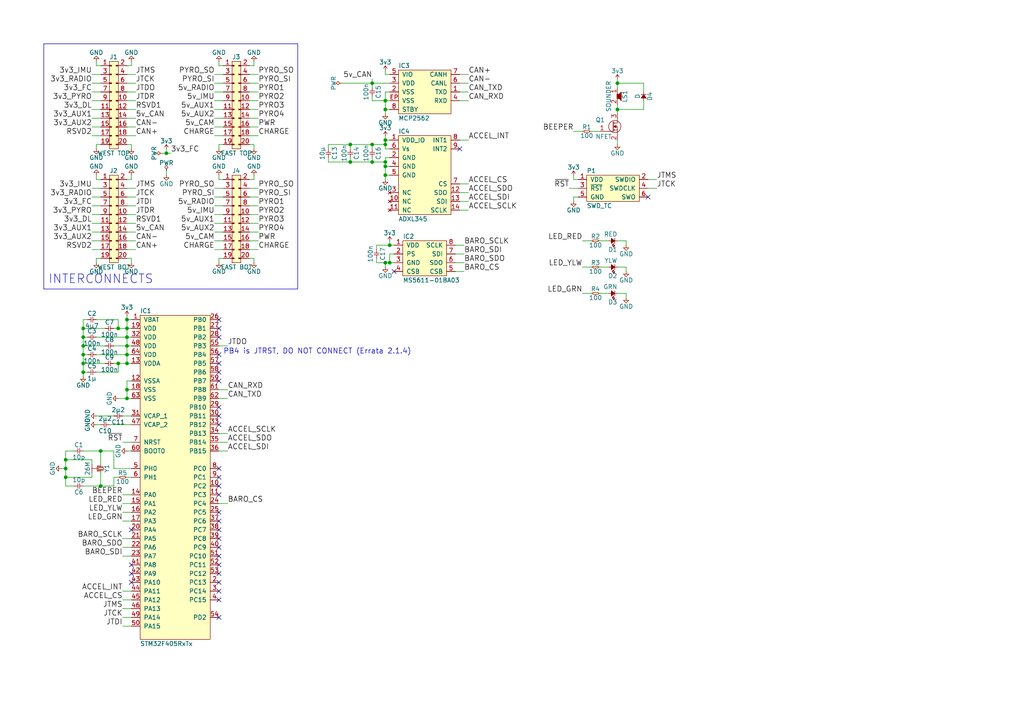
<source format=kicad_sch>
(kicad_sch (version 20230121) (generator eeschema)
  (paper "A4")
  (title_block (title "M3 Flight Computer") (date "2016-02-10") (rev "1") (company "CU Spaceflight") (comment 1 "Drawn By: Adam Greig"))
  (junction (at 29.21 140.97))
  (junction (at 36.83 102.87))
  (junction (at 24.13 95.25))
  (junction (at 179.07 31.75))
  (junction (at 111.76 41.91))
  (junction (at 111.76 76.2))
  (junction (at 36.83 97.79))
  (junction (at 34.29 105.41))
  (junction (at 36.83 113.03))
  (junction (at 48.26 44.45))
  (junction (at 19.05 138.43))
  (junction (at 24.13 100.33))
  (junction (at 111.76 50.8))
  (junction (at 36.83 100.33))
  (junction (at 24.13 105.41))
  (junction (at 36.83 105.41))
  (junction (at 36.83 115.57))
  (junction (at 107.95 24.13))
  (junction (at 179.07 24.13))
  (junction (at 24.13 102.87))
  (junction (at 36.83 92.71))
  (junction (at 111.76 46.99))
  (junction (at 111.76 29.21))
  (junction (at 113.03 76.2))
  (junction (at 29.21 130.81))
  (junction (at 24.13 97.79))
  (junction (at 19.05 135.89))
  (junction (at 107.95 46.99))
  (junction (at 111.76 40.64))
  (junction (at 101.6 41.91))
  (junction (at 101.6 46.99))
  (junction (at 24.13 107.95))
  (junction (at 34.29 95.25))
  (junction (at 111.76 31.75))
  (junction (at 19.05 133.35))
  (junction (at 36.83 95.25))
  (junction (at 111.76 48.26))
  (junction (at 107.95 41.91))
  (junction (at 113.03 71.12))
  (no_connect (at 38.1 166.37))
  (no_connect (at 63.5 156.21))
  (no_connect (at 63.5 166.37))
  (no_connect (at 63.5 143.51))
  (no_connect (at 63.5 173.99))
  (no_connect (at 63.5 153.67))
  (no_connect (at 38.1 163.83))
  (no_connect (at 63.5 92.71))
  (no_connect (at 63.5 110.49))
  (no_connect (at 38.1 168.91))
  (no_connect (at 63.5 168.91))
  (no_connect (at 63.5 97.79))
  (no_connect (at 63.5 95.25))
  (no_connect (at 63.5 107.95))
  (no_connect (at 63.5 163.83))
  (no_connect (at 63.5 102.87))
  (no_connect (at 63.5 123.19))
  (no_connect (at 63.5 171.45))
  (no_connect (at 63.5 158.75))
  (no_connect (at 38.1 153.67))
  (no_connect (at 63.5 151.13))
  (no_connect (at 63.5 148.59))
  (no_connect (at 63.5 140.97))
  (no_connect (at 114.3 78.74))
  (no_connect (at 63.5 138.43))
  (no_connect (at 63.5 179.07))
  (no_connect (at 133.35 43.18))
  (no_connect (at 63.5 105.41))
  (no_connect (at 63.5 161.29))
  (no_connect (at 63.5 135.89))
  (no_connect (at 63.5 118.11))
  (no_connect (at 187.96 57.15))
  (no_connect (at 63.5 120.65))
  (wire (pts (xy 36.83 36.83) (xy 39.37 36.83)))
  (wire (pts (xy 36.83 62.23) (xy 39.37 62.23)))
  (wire (pts (xy 36.83 21.59) (xy 39.37 21.59)))
  (wire (pts (xy 181.61 69.85) (xy 181.61 71.12)))
  (wire (pts (xy 36.83 39.37) (xy 39.37 39.37)))
  (wire (pts (xy 34.29 115.57) (xy 36.83 115.57)))
  (wire (pts (xy 29.21 21.59) (xy 26.67 21.59)))
  (wire (pts (xy 27.94 123.19) (xy 29.21 123.19)))
  (wire (pts (xy 74.93 62.23) (xy 72.39 62.23)))
  (wire (pts (xy 166.37 52.07) (xy 167.64 52.07)))
  (wire (pts (xy 36.83 54.61) (xy 39.37 54.61)))
  (wire (pts (xy 48.26 44.45) (xy 49.53 44.45)))
  (wire (pts (xy 21.59 130.81) (xy 19.05 130.81)))
  (wire (pts (xy 181.61 77.47) (xy 181.61 78.74)))
  (wire (pts (xy 36.83 26.67) (xy 39.37 26.67)))
  (wire (pts (xy 107.95 27.94) (xy 107.95 29.21)))
  (polyline (pts (xy 12.7 83.82) (xy 86.36 83.82)))
  (wire (pts (xy 35.56 156.21) (xy 38.1 156.21)))
  (wire (pts (xy 187.96 54.61) (xy 190.5 54.61)))
  (wire (pts (xy 29.21 39.37) (xy 26.67 39.37)))
  (wire (pts (xy 24.13 97.79) (xy 24.13 100.33)))
  (wire (pts (xy 27.94 19.05) (xy 29.21 19.05)))
  (wire (pts (xy 29.21 31.75) (xy 26.67 31.75)))
  (wire (pts (xy 95.25 45.72) (xy 95.25 46.99)))
  (wire (pts (xy 179.07 22.86) (xy 179.07 24.13)))
  (wire (pts (xy 29.21 62.23) (xy 26.67 62.23)))
  (wire (pts (xy 109.22 71.12) (xy 113.03 71.12)))
  (wire (pts (xy 111.76 29.21) (xy 111.76 31.75)))
  (wire (pts (xy 114.3 73.66) (xy 113.03 73.66)))
  (wire (pts (xy 64.77 26.67) (xy 62.23 26.67)))
  (wire (pts (xy 36.83 100.33) (xy 36.83 102.87)))
  (wire (pts (xy 63.5 100.33) (xy 66.04 100.33)))
  (wire (pts (xy 133.35 53.34) (xy 135.89 53.34)))
  (wire (pts (xy 33.02 130.81) (xy 33.02 135.89)))
  (wire (pts (xy 176.53 69.85) (xy 173.99 69.85)))
  (wire (pts (xy 134.62 76.2) (xy 132.08 76.2)))
  (wire (pts (xy 36.83 57.15) (xy 39.37 57.15)))
  (wire (pts (xy 111.76 21.59) (xy 111.76 20.32)))
  (wire (pts (xy 171.45 77.47) (xy 168.91 77.47)))
  (wire (pts (xy 181.61 85.09) (xy 181.61 86.36)))
  (wire (pts (xy 113.03 73.66) (xy 113.03 76.2)))
  (wire (pts (xy 107.95 29.21) (xy 111.76 29.21)))
  (wire (pts (xy 25.4 92.71) (xy 24.13 92.71)))
  (wire (pts (xy 24.13 92.71) (xy 24.13 95.25)))
  (wire (pts (xy 36.83 95.25) (xy 38.1 95.25)))
  (wire (pts (xy 27.94 74.93) (xy 27.94 76.2)))
  (wire (pts (xy 95.25 46.99) (xy 101.6 46.99)))
  (wire (pts (xy 62.23 72.39) (xy 64.77 72.39)))
  (wire (pts (xy 36.83 110.49) (xy 36.83 113.03)))
  (wire (pts (xy 34.29 92.71) (xy 34.29 95.25)))
  (wire (pts (xy 186.69 26.67) (xy 186.69 24.13)))
  (wire (pts (xy 36.83 69.85) (xy 39.37 69.85)))
  (wire (pts (xy 107.95 22.86) (xy 107.95 24.13)))
  (wire (pts (xy 74.93 57.15) (xy 72.39 57.15)))
  (wire (pts (xy 48.26 49.53) (xy 48.26 50.8)))
  (wire (pts (xy 72.39 26.67) (xy 74.93 26.67)))
  (wire (pts (xy 26.67 138.43) (xy 19.05 138.43)))
  (wire (pts (xy 72.39 64.77) (xy 74.93 64.77)))
  (wire (pts (xy 29.21 34.29) (xy 26.67 34.29)))
  (wire (pts (xy 66.04 146.05) (xy 63.5 146.05)))
  (wire (pts (xy 30.48 105.41) (xy 24.13 105.41)))
  (wire (pts (xy 62.23 24.13) (xy 64.77 24.13)))
  (wire (pts (xy 113.03 50.8) (xy 111.76 50.8)))
  (wire (pts (xy 73.66 19.05) (xy 73.66 17.78)))
  (wire (pts (xy 111.76 45.72) (xy 113.03 45.72)))
  (wire (pts (xy 24.13 140.97) (xy 29.21 140.97)))
  (wire (pts (xy 74.93 24.13) (xy 72.39 24.13)))
  (wire (pts (xy 38.1 176.53) (xy 35.56 176.53)))
  (wire (pts (xy 66.04 128.27) (xy 63.5 128.27)))
  (wire (pts (xy 72.39 31.75) (xy 74.93 31.75)))
  (wire (pts (xy 134.62 71.12) (xy 132.08 71.12)))
  (wire (pts (xy 113.03 26.67) (xy 111.76 26.67)))
  (wire (pts (xy 63.5 113.03) (xy 66.04 113.03)))
  (wire (pts (xy 29.21 67.31) (xy 26.67 67.31)))
  (wire (pts (xy 48.26 43.18) (xy 48.26 44.45)))
  (wire (pts (xy 19.05 138.43) (xy 19.05 140.97)))
  (wire (pts (xy 111.76 76.2) (xy 111.76 77.47)))
  (wire (pts (xy 24.13 105.41) (xy 24.13 107.95)))
  (wire (pts (xy 19.05 135.89) (xy 19.05 138.43)))
  (wire (pts (xy 27.94 92.71) (xy 34.29 92.71)))
  (wire (pts (xy 64.77 52.07) (xy 63.5 52.07)))
  (wire (pts (xy 111.76 50.8) (xy 111.76 52.07)))
  (wire (pts (xy 36.83 31.75) (xy 39.37 31.75)))
  (wire (pts (xy 179.07 77.47) (xy 181.61 77.47)))
  (wire (pts (xy 101.6 41.91) (xy 107.95 41.91)))
  (wire (pts (xy 29.21 137.16) (xy 29.21 140.97)))
  (wire (pts (xy 24.13 102.87) (xy 24.13 105.41)))
  (wire (pts (xy 36.83 92.71) (xy 36.83 95.25)))
  (wire (pts (xy 26.67 134.62) (xy 26.67 133.35)))
  (wire (pts (xy 176.53 85.09) (xy 173.99 85.09)))
  (wire (pts (xy 35.56 161.29) (xy 38.1 161.29)))
  (wire (pts (xy 72.39 54.61) (xy 74.93 54.61)))
  (polyline (pts (xy 86.36 12.7) (xy 12.7 12.7)))
  (wire (pts (xy 36.83 59.69) (xy 39.37 59.69)))
  (wire (pts (xy 24.13 100.33) (xy 24.13 102.87)))
  (wire (pts (xy 111.76 31.75) (xy 111.76 33.02)))
  (wire (pts (xy 63.5 74.93) (xy 63.5 76.2)))
  (wire (pts (xy 34.29 95.25) (xy 36.83 95.25)))
  (wire (pts (xy 24.13 130.81) (xy 29.21 130.81)))
  (wire (pts (xy 133.35 21.59) (xy 135.89 21.59)))
  (wire (pts (xy 72.39 39.37) (xy 74.93 39.37)))
  (wire (pts (xy 33.02 100.33) (xy 36.83 100.33)))
  (wire (pts (xy 133.35 24.13) (xy 135.89 24.13)))
  (wire (pts (xy 38.1 74.93) (xy 38.1 76.2)))
  (wire (pts (xy 73.66 52.07) (xy 73.66 50.8)))
  (wire (pts (xy 62.23 29.21) (xy 64.77 29.21)))
  (wire (pts (xy 35.56 143.51) (xy 38.1 143.51)))
  (wire (pts (xy 72.39 34.29) (xy 74.93 34.29)))
  (wire (pts (xy 36.83 34.29) (xy 39.37 34.29)))
  (wire (pts (xy 74.93 36.83) (xy 72.39 36.83)))
  (wire (pts (xy 38.1 148.59) (xy 35.56 148.59)))
  (wire (pts (xy 73.66 41.91) (xy 73.66 43.18)))
  (wire (pts (xy 101.6 45.72) (xy 101.6 46.99)))
  (wire (pts (xy 133.35 58.42) (xy 135.89 58.42)))
  (wire (pts (xy 179.07 69.85) (xy 181.61 69.85)))
  (wire (pts (xy 113.03 21.59) (xy 111.76 21.59)))
  (wire (pts (xy 107.95 46.99) (xy 107.95 45.72)))
  (wire (pts (xy 111.76 48.26) (xy 113.03 48.26)))
  (wire (pts (xy 179.07 30.48) (xy 179.07 31.75)))
  (wire (pts (xy 113.03 71.12) (xy 114.3 71.12)))
  (wire (pts (xy 111.76 26.67) (xy 111.76 29.21)))
  (wire (pts (xy 101.6 41.91) (xy 101.6 43.18)))
  (wire (pts (xy 29.21 57.15) (xy 26.67 57.15)))
  (wire (pts (xy 19.05 133.35) (xy 19.05 135.89)))
  (wire (pts (xy 36.83 29.21) (xy 39.37 29.21)))
  (wire (pts (xy 109.22 72.39) (xy 109.22 71.12)))
  (wire (pts (xy 35.56 120.65) (xy 38.1 120.65)))
  (wire (pts (xy 72.39 52.07) (xy 73.66 52.07)))
  (wire (pts (xy 36.83 100.33) (xy 38.1 100.33)))
  (wire (pts (xy 29.21 41.91) (xy 27.94 41.91)))
  (wire (pts (xy 72.39 74.93) (xy 73.66 74.93)))
  (wire (pts (xy 29.21 29.21) (xy 26.67 29.21)))
  (wire (pts (xy 111.76 41.91) (xy 111.76 43.18)))
  (wire (pts (xy 33.02 95.25) (xy 34.29 95.25)))
  (wire (pts (xy 109.22 76.2) (xy 111.76 76.2)))
  (wire (pts (xy 36.83 24.13) (xy 39.37 24.13)))
  (wire (pts (xy 34.29 107.95) (xy 34.29 105.41)))
  (wire (pts (xy 29.21 134.62) (xy 29.21 130.81)))
  (wire (pts (xy 74.93 69.85) (xy 72.39 69.85)))
  (wire (pts (xy 35.56 171.45) (xy 38.1 171.45)))
  (wire (pts (xy 95.25 41.91) (xy 101.6 41.91)))
  (wire (pts (xy 27.94 120.65) (xy 33.02 120.65)))
  (wire (pts (xy 25.4 107.95) (xy 24.13 107.95)))
  (wire (pts (xy 27.94 102.87) (xy 36.83 102.87)))
  (wire (pts (xy 107.95 24.13) (xy 107.95 25.4)))
  (wire (pts (xy 29.21 74.93) (xy 27.94 74.93)))
  (wire (pts (xy 36.83 64.77) (xy 39.37 64.77)))
  (wire (pts (xy 38.1 138.43) (xy 36.83 138.43)))
  (wire (pts (xy 34.29 138.43) (xy 33.02 138.43)))
  (wire (pts (xy 109.22 74.93) (xy 109.22 76.2)))
  (wire (pts (xy 166.37 57.15) (xy 167.64 57.15)))
  (wire (pts (xy 46.99 44.45) (xy 48.26 44.45)))
  (wire (pts (xy 107.95 46.99) (xy 111.76 46.99)))
  (wire (pts (xy 36.83 52.07) (xy 38.1 52.07)))
  (wire (pts (xy 29.21 24.13) (xy 26.67 24.13)))
  (wire (pts (xy 36.83 72.39) (xy 39.37 72.39)))
  (wire (pts (xy 24.13 107.95) (xy 24.13 109.22)))
  (wire (pts (xy 33.02 138.43) (xy 33.02 140.97)))
  (wire (pts (xy 29.21 130.81) (xy 33.02 130.81)))
  (wire (pts (xy 64.77 21.59) (xy 62.23 21.59)))
  (wire (pts (xy 63.5 125.73) (xy 66.04 125.73)))
  (wire (pts (xy 25.4 97.79) (xy 24.13 97.79)))
  (wire (pts (xy 179.07 31.75) (xy 186.69 31.75)))
  (wire (pts (xy 101.6 46.99) (xy 107.95 46.99)))
  (wire (pts (xy 35.56 173.99) (xy 38.1 173.99)))
  (wire (pts (xy 111.76 46.99) (xy 111.76 48.26)))
  (wire (pts (xy 72.39 21.59) (xy 74.93 21.59)))
  (wire (pts (xy 36.83 115.57) (xy 38.1 115.57)))
  (wire (pts (xy 27.94 97.79) (xy 36.83 97.79)))
  (wire (pts (xy 36.83 105.41) (xy 38.1 105.41)))
  (wire (pts (xy 26.67 36.83) (xy 29.21 36.83)))
  (wire (pts (xy 111.76 40.64) (xy 113.03 40.64)))
  (wire (pts (xy 171.45 38.1) (xy 173.99 38.1)))
  (wire (pts (xy 36.83 41.91) (xy 38.1 41.91)))
  (wire (pts (xy 111.76 48.26) (xy 111.76 50.8)))
  (wire (pts (xy 63.5 52.07) (xy 63.5 50.8)))
  (wire (pts (xy 36.83 95.25) (xy 36.83 97.79)))
  (wire (pts (xy 72.39 72.39) (xy 74.93 72.39)))
  (wire (pts (xy 72.39 59.69) (xy 74.93 59.69)))
  (wire (pts (xy 36.83 97.79) (xy 38.1 97.79)))
  (wire (pts (xy 27.94 17.78) (xy 27.94 19.05)))
  (wire (pts (xy 132.08 73.66) (xy 134.62 73.66)))
  (wire (pts (xy 26.67 69.85) (xy 29.21 69.85)))
  (wire (pts (xy 179.07 41.91) (xy 179.07 40.64)))
  (wire (pts (xy 72.39 41.91) (xy 73.66 41.91)))
  (wire (pts (xy 19.05 135.89) (xy 17.78 135.89)))
  (wire (pts (xy 107.95 41.91) (xy 107.95 43.18)))
  (wire (pts (xy 64.77 19.05) (xy 63.5 19.05)))
  (wire (pts (xy 34.29 105.41) (xy 36.83 105.41)))
  (wire (pts (xy 64.77 69.85) (xy 62.23 69.85)))
  (wire (pts (xy 38.1 19.05) (xy 38.1 17.78)))
  (wire (pts (xy 107.95 41.91) (xy 111.76 41.91)))
  (wire (pts (xy 36.83 91.44) (xy 36.83 92.71)))
  (wire (pts (xy 62.23 57.15) (xy 64.77 57.15)))
  (wire (pts (xy 135.89 55.88) (xy 133.35 55.88)))
  (wire (pts (xy 64.77 54.61) (xy 62.23 54.61)))
  (wire (pts (xy 179.07 31.75) (xy 179.07 33.02)))
  (wire (pts (xy 36.83 67.31) (xy 39.37 67.31)))
  (wire (pts (xy 133.35 40.64) (xy 135.89 40.64)))
  (wire (pts (xy 36.83 92.71) (xy 38.1 92.71)))
  (wire (pts (xy 64.77 36.83) (xy 62.23 36.83)))
  (wire (pts (xy 27.94 52.07) (xy 29.21 52.07)))
  (polyline (pts (xy 12.7 12.7) (xy 12.7 83.82)))
  (wire (pts (xy 186.69 31.75) (xy 186.69 29.21)))
  (wire (pts (xy 167.64 54.61) (xy 165.1 54.61)))
  (wire (pts (xy 33.02 135.89) (xy 38.1 135.89)))
  (wire (pts (xy 36.83 74.93) (xy 38.1 74.93)))
  (wire (pts (xy 63.5 130.81) (xy 66.04 130.81)))
  (wire (pts (xy 111.76 29.21) (xy 113.03 29.21)))
  (wire (pts (xy 111.76 43.18) (xy 113.03 43.18)))
  (wire (pts (xy 179.07 24.13) (xy 179.07 25.4)))
  (wire (pts (xy 27.94 107.95) (xy 34.29 107.95)))
  (wire (pts (xy 30.48 100.33) (xy 24.13 100.33)))
  (wire (pts (xy 74.93 29.21) (xy 72.39 29.21)))
  (wire (pts (xy 36.83 102.87) (xy 36.83 105.41)))
  (wire (pts (xy 166.37 50.8) (xy 166.37 52.07)))
  (wire (pts (xy 113.03 69.85) (xy 113.03 71.12)))
  (wire (pts (xy 36.83 130.81) (xy 38.1 130.81)))
  (wire (pts (xy 38.1 123.19) (xy 31.75 123.19)))
  (wire (pts (xy 66.04 115.57) (xy 63.5 115.57)))
  (wire (pts (xy 64.77 31.75) (xy 62.23 31.75)))
  (wire (pts (xy 64.77 74.93) (xy 63.5 74.93)))
  (wire (pts (xy 99.06 24.13) (xy 107.95 24.13)))
  (wire (pts (xy 29.21 72.39) (xy 26.67 72.39)))
  (wire (pts (xy 135.89 60.96) (xy 133.35 60.96)))
  (wire (pts (xy 29.21 140.97) (xy 33.02 140.97)))
  (wire (pts (xy 63.5 41.91) (xy 63.5 43.18)))
  (wire (pts (xy 29.21 54.61) (xy 26.67 54.61)))
  (wire (pts (xy 63.5 19.05) (xy 63.5 17.78)))
  (wire (pts (xy 38.1 52.07) (xy 38.1 50.8)))
  (wire (pts (xy 19.05 130.81) (xy 19.05 133.35)))
  (wire (pts (xy 38.1 41.91) (xy 38.1 43.18)))
  (wire (pts (xy 72.39 19.05) (xy 73.66 19.05)))
  (wire (pts (xy 111.76 45.72) (xy 111.76 46.99)))
  (wire (pts (xy 73.66 74.93) (xy 73.66 76.2)))
  (wire (pts (xy 64.77 59.69) (xy 62.23 59.69)))
  (wire (pts (xy 29.21 26.67) (xy 26.67 26.67)))
  (wire (pts (xy 36.83 97.79) (xy 36.83 100.33)))
  (wire (pts (xy 95.25 41.91) (xy 95.25 43.18)))
  (wire (pts (xy 38.1 181.61) (xy 35.56 181.61)))
  (wire (pts (xy 35.56 146.05) (xy 38.1 146.05)))
  (wire (pts (xy 132.08 78.74) (xy 134.62 78.74)))
  (wire (pts (xy 30.48 95.25) (xy 24.13 95.25)))
  (wire (pts (xy 111.76 40.64) (xy 111.76 41.91)))
  (wire (pts (xy 133.35 29.21) (xy 135.89 29.21)))
  (wire (pts (xy 168.91 69.85) (xy 171.45 69.85)))
  (wire (pts (xy 29.21 64.77) (xy 26.67 64.77)))
  (wire (pts (xy 29.21 59.69) (xy 26.67 59.69)))
  (wire (pts (xy 168.91 85.09) (xy 171.45 85.09)))
  (wire (pts (xy 179.07 85.09) (xy 181.61 85.09)))
  (wire (pts (xy 62.23 67.31) (xy 64.77 67.31)))
  (wire (pts (xy 187.96 52.07) (xy 190.5 52.07)))
  (wire (pts (xy 26.67 133.35) (xy 19.05 133.35)))
  (wire (pts (xy 27.94 50.8) (xy 27.94 52.07)))
  (wire (pts (xy 133.35 26.67) (xy 135.89 26.67)))
  (wire (pts (xy 36.83 19.05) (xy 38.1 19.05)))
  (wire (pts (xy 111.76 39.37) (xy 111.76 40.64)))
  (wire (pts (xy 113.03 76.2) (xy 114.3 76.2)))
  (wire (pts (xy 38.1 110.49) (xy 36.83 110.49)))
  (wire (pts (xy 26.67 137.16) (xy 26.67 138.43)))
  (wire (pts (xy 186.69 24.13) (xy 179.07 24.13)))
  (wire (pts (xy 38.1 113.03) (xy 36.83 113.03)))
  (wire (pts (xy 113.03 31.75) (xy 111.76 31.75)))
  (wire (pts (xy 107.95 24.13) (xy 113.03 24.13)))
  (wire (pts (xy 36.83 113.03) (xy 36.83 115.57)))
  (polyline (pts (xy 86.36 83.82) (xy 86.36 12.7)))
  (wire (pts (xy 64.77 41.91) (xy 63.5 41.91)))
  (wire (pts (xy 62.23 39.37) (xy 64.77 39.37)))
  (wire (pts (xy 166.37 58.42) (xy 166.37 57.15)))
  (wire (pts (xy 168.91 38.1) (xy 166.37 38.1)))
  (wire (pts (xy 35.56 151.13) (xy 38.1 151.13)))
  (wire (pts (xy 64.77 64.77) (xy 62.23 64.77)))
  (wire (pts (xy 62.23 34.29) (xy 64.77 34.29)))
  (wire (pts (xy 111.76 76.2) (xy 113.03 76.2)))
  (wire (pts (xy 19.05 140.97) (xy 21.59 140.97)))
  (wire (pts (xy 38.1 158.75) (xy 35.56 158.75)))
  (wire (pts (xy 33.02 105.41) (xy 34.29 105.41)))
  (wire (pts (xy 27.94 41.91) (xy 27.94 43.18)))
  (wire (pts (xy 173.99 77.47) (xy 176.53 77.47)))
  (wire (pts (xy 62.23 62.23) (xy 64.77 62.23)))
  (wire (pts (xy 24.13 95.25) (xy 24.13 97.79)))
  (wire (pts (xy 25.4 102.87) (xy 24.13 102.87)))
  (wire (pts (xy 35.56 179.07) (xy 38.1 179.07)))
  (wire (pts (xy 36.83 102.87) (xy 38.1 102.87)))
  (wire (pts (xy 35.56 128.27) (xy 38.1 128.27)))
  (wire (pts (xy 72.39 67.31) (xy 74.93 67.31)))
  (text "PB4 is JTRST, DO NOT CONNECT (Errata 2.1.4)" (at 64.77 102.87 0) (effects (font (size 1.524 1.524)) (justify left bottom)))
  (text "INTERCONNECTS" (at 13.97 82.55 0) (effects (font (size 2.54 2.54)) (justify left bottom)))
  (label "3v3_IMU" (at 26.67 54.61 180) (effects (font (size 1.524 1.524))))
  (label "3v3_RADIO" (at 26.67 24.13 180) (effects (font (size 1.524 1.524))))
  (label "ACCEL_INT" (at 35.56 171.45 180) (effects (font (size 1.524 1.524))))
  (label "3v3_DL" (at 26.67 64.77 180) (effects (font (size 1.524 1.524))))
  (label "JTMS" (at 190.5 52.07 0) (effects (font (size 1.524 1.524))))
  (label "PYRO3" (at 74.93 31.75 0) (effects (font (size 1.524 1.524))))
  (label "BARO_SCLK" (at 35.56 156.21 180) (effects (font (size 1.524 1.524))))
  (label "PYRO2" (at 74.93 62.23 0) (effects (font (size 1.524 1.524))))
  (label "5v_IMU" (at 62.23 62.23 180) (effects (font (size 1.524 1.524))))
  (label "RSVD1" (at 39.37 31.75 0) (effects (font (size 1.524 1.524))))
  (label "ACCEL_INT" (at 135.89 40.64 0) (effects (font (size 1.524 1.524))))
  (label "3v3_PYRO" (at 26.67 62.23 180) (effects (font (size 1.524 1.524))))
  (label "BEEPER" (at 166.37 38.1 180) (effects (font (size 1.524 1.524))))
  (label "5v_CAN" (at 39.37 34.29 0) (effects (font (size 1.524 1.524))))
  (label "ACCEL_CS" (at 135.89 53.34 0) (effects (font (size 1.524 1.524))))
  (label "3v3_AUX1" (at 26.67 67.31 180) (effects (font (size 1.524 1.524))))
  (label "3v3_IMU" (at 26.67 21.59 180) (effects (font (size 1.524 1.524))))
  (label "CAN_RXD" (at 135.89 29.21 0) (effects (font (size 1.524 1.524))))
  (label "PYRO1" (at 74.93 59.69 0) (effects (font (size 1.524 1.524))))
  (label "5v_IMU" (at 62.23 29.21 180) (effects (font (size 1.524 1.524))))
  (label "PWR" (at 74.93 36.83 0) (effects (font (size 1.524 1.524))))
  (label "BARO_SDO" (at 35.56 158.75 180) (effects (font (size 1.524 1.524))))
  (label "PYRO_SO" (at 74.93 21.59 0) (effects (font (size 1.524 1.524))))
  (label "3v3_DL" (at 26.67 31.75 180) (effects (font (size 1.524 1.524))))
  (label "3v3_FC" (at 26.67 26.67 180) (effects (font (size 1.524 1.524))))
  (label "RSVD2" (at 26.67 39.37 180) (effects (font (size 1.524 1.524))))
  (label "3v3_RADIO" (at 26.67 57.15 180) (effects (font (size 1.524 1.524))))
  (label "JTMS" (at 39.37 21.59 0) (effects (font (size 1.524 1.524))))
  (label "ACCEL_SDO" (at 135.89 55.88 0) (effects (font (size 1.524 1.524))))
  (label "PYRO_SO" (at 62.23 54.61 180) (effects (font (size 1.524 1.524))))
  (label "JTMS" (at 39.37 54.61 0) (effects (font (size 1.524 1.524))))
  (label "LED_YLW" (at 35.56 148.59 180) (effects (font (size 1.524 1.524))))
  (label "PYRO4" (at 74.93 34.29 0) (effects (font (size 1.524 1.524))))
  (label "JTCK" (at 190.5 54.61 0) (effects (font (size 1.524 1.524))))
  (label "3v3_AUX2" (at 26.67 36.83 180) (effects (font (size 1.524 1.524))))
  (label "ACCEL_SDO" (at 66.04 128.27 0) (effects (font (size 1.524 1.524))))
  (label "3v3_FC" (at 49.53 44.45 0) (effects (font (size 1.524 1.524))))
  (label "5v_AUX1" (at 62.23 64.77 180) (effects (font (size 1.524 1.524))))
  (label "JTDR" (at 39.37 62.23 0) (effects (font (size 1.524 1.524))))
  (label "CAN+" (at 39.37 39.37 0) (effects (font (size 1.524 1.524))))
  (label "3v3_FC" (at 26.67 59.69 180) (effects (font (size 1.524 1.524))))
  (label "5v_AUX2" (at 62.23 34.29 180) (effects (font (size 1.524 1.524))))
  (label "5v_AUX2" (at 62.23 67.31 180) (effects (font (size 1.524 1.524))))
  (label "PYRO_SO" (at 74.93 54.61 0) (effects (font (size 1.524 1.524))))
  (label "5v_RADIO" (at 62.23 59.69 180) (effects (font (size 1.524 1.524))))
  (label "RSVD1" (at 39.37 64.77 0) (effects (font (size 1.524 1.524))))
  (label "5v_AUX1" (at 62.23 31.75 180) (effects (font (size 1.524 1.524))))
  (label "PYRO_SI" (at 62.23 57.15 180) (effects (font (size 1.524 1.524))))
  (label "JTDO" (at 39.37 26.67 0) (effects (font (size 1.524 1.524))))
  (label "CAN_TXD" (at 66.04 115.57 0) (effects (font (size 1.524 1.524))))
  (label "JTDI" (at 39.37 59.69 0) (effects (font (size 1.524 1.524))))
  (label "JTDR" (at 39.37 29.21 0) (effects (font (size 1.524 1.524))))
  (label "CAN-" (at 39.37 69.85 0) (effects (font (size 1.524 1.524))))
  (label "JTDO" (at 66.04 100.33 0) (effects (font (size 1.524 1.524))))
  (label "PYRO_SI" (at 74.93 57.15 0) (effects (font (size 1.524 1.524))))
  (label "PYRO2" (at 74.93 29.21 0) (effects (font (size 1.524 1.524))))
  (label "CAN_TXD" (at 135.89 26.67 0) (effects (font (size 1.524 1.524))))
  (label "BARO_SDI" (at 35.56 161.29 180) (effects (font (size 1.524 1.524))))
  (label "5v_CAN" (at 107.95 22.86 180) (effects (font (size 1.524 1.524))))
  (label "ACCEL_SCLK" (at 135.89 60.96 0) (effects (font (size 1.524 1.524))))
  (label "3v3_AUX1" (at 26.67 34.29 180) (effects (font (size 1.524 1.524))))
  (label "BARO_SDO" (at 134.62 76.2 0) (effects (font (size 1.524 1.524))))
  (label "CHARGE" (at 74.93 39.37 0) (effects (font (size 1.524 1.524))))
  (label "~{RST}" (at 165.1 54.61 180) (effects (font (size 1.524 1.524))))
  (label "CAN-" (at 135.89 24.13 0) (effects (font (size 1.524 1.524))))
  (label "PYRO1" (at 74.93 26.67 0) (effects (font (size 1.524 1.524))))
  (label "CAN_RXD" (at 66.04 113.03 0) (effects (font (size 1.524 1.524))))
  (label "5v_CAM" (at 62.23 69.85 180) (effects (font (size 1.524 1.524))))
  (label "BARO_CS" (at 134.62 78.74 0) (effects (font (size 1.524 1.524))))
  (label "~{RST}" (at 35.56 128.27 180) (effects (font (size 1.524 1.524))))
  (label "PYRO_SI" (at 62.23 24.13 180) (effects (font (size 1.524 1.524))))
  (label "5v_CAN" (at 39.37 67.31 0) (effects (font (size 1.524 1.524))))
  (label "ACCEL_SDI" (at 135.89 58.42 0) (effects (font (size 1.524 1.524))))
  (label "LED_GRN" (at 168.91 85.09 180) (effects (font (size 1.524 1.524))))
  (label "CAN+" (at 39.37 72.39 0) (effects (font (size 1.524 1.524))))
  (label "PYRO4" (at 74.93 67.31 0) (effects (font (size 1.524 1.524))))
  (label "PWR" (at 74.93 69.85 0) (effects (font (size 1.524 1.524))))
  (label "LED_RED" (at 168.91 69.85 180) (effects (font (size 1.524 1.524))))
  (label "CAN+" (at 135.89 21.59 0) (effects (font (size 1.524 1.524))))
  (label "JTCK" (at 39.37 24.13 0) (effects (font (size 1.524 1.524))))
  (label "JTMS" (at 35.56 176.53 180) (effects (font (size 1.524 1.524))))
  (label "JTCK" (at 39.37 57.15 0) (effects (font (size 1.524 1.524))))
  (label "BARO_SDI" (at 134.62 73.66 0) (effects (font (size 1.524 1.524))))
  (label "ACCEL_CS" (at 35.56 173.99 180) (effects (font (size 1.524 1.524))))
  (label "ACCEL_SDI" (at 66.04 130.81 0) (effects (font (size 1.524 1.524))))
  (label "5v_RADIO" (at 62.23 26.67 180) (effects (font (size 1.524 1.524))))
  (label "5v_CAM" (at 62.23 36.83 180) (effects (font (size 1.524 1.524))))
  (label "PYRO_SI" (at 74.93 24.13 0) (effects (font (size 1.524 1.524))))
  (label "CHARGE" (at 62.23 39.37 180) (effects (font (size 1.524 1.524))))
  (label "BEEPER" (at 35.56 143.51 180) (effects (font (size 1.524 1.524))))
  (label "LED_YLW" (at 168.91 77.47 180) (effects (font (size 1.524 1.524))))
  (label "CHARGE" (at 74.93 72.39 0) (effects (font (size 1.524 1.524))))
  (label "JTDI" (at 35.56 181.61 180) (effects (font (size 1.524 1.524))))
  (label "PYRO_SO" (at 62.23 21.59 180) (effects (font (size 1.524 1.524))))
  (label "PYRO3" (at 74.93 64.77 0) (effects (font (size 1.524 1.524))))
  (label "RSVD2" (at 26.67 72.39 180) (effects (font (size 1.524 1.524))))
  (label "ACCEL_SCLK" (at 66.04 125.73 0) (effects (font (size 1.524 1.524))))
  (label "LED_GRN" (at 35.56 151.13 180) (effects (font (size 1.524 1.524))))
  (label "3v3_AUX2" (at 26.67 69.85 180) (effects (font (size 1.524 1.524))))
  (label "3v3_PYRO" (at 26.67 29.21 180) (effects (font (size 1.524 1.524))))
  (label "BARO_SCLK" (at 134.62 71.12 0) (effects (font (size 1.524 1.524))))
  (label "BARO_CS" (at 66.04 146.05 0) (effects (font (size 1.524 1.524))))
  (label "CAN-" (at 39.37 36.83 0) (effects (font (size 1.524 1.524))))
  (label "CHARGE" (at 62.23 72.39 180) (effects (font (size 1.524 1.524))))
  (label "LED_RED" (at 35.56 146.05 180) (effects (font (size 1.524 1.524))))
  (label "JTCK" (at 35.56 179.07 180) (effects (font (size 1.524 1.524))))
  (symbol (lib_id "m3fc-rescue:CONN_02x10") (at 69.85 19.05 0) (unit 1)
    (property "Reference" "J3" (at 67.31 16.51 0) (effects (justify left)))
    (property "Value" "EAST TOP" (at 68.58 44.45 0))
    (property "Footprint" "agg:TFML-110-02-L-D" (effects hide))
    (property "Samtec" "TFML-110-02-L-D" (effects hide))
  )
  (symbol (lib_id "m3fc-rescue:MS5611-01BA03") (at 121.92 73.66 0) (unit 1)
    (property "Reference" "IC2" (at 116.84 68.58 0) (effects (justify left)))
    (property "Value" "MS5611-01BA03" (at 116.84 81.28 0) (effects (justify left)))
    (property "Footprint" "agg:MS5611" (effects hide))
    (property "Farnell" "2362662" (effects hide))
  )
  (symbol (lib_id "m3fc-rescue:ADXL345") (at 123.19 48.26 0) (unit 1)
    (property "Reference" "IC4" (at 115.57 38.1 0) (effects (justify left)))
    (property "Value" "ADXL345" (at 115.57 63.5 0) (effects (justify left)))
    (property "Footprint" "agg:ADXL3x5" (effects hide))
    (property "Farnell" "1853935" (effects hide))
  )
  (symbol (lib_id "m3fc-rescue:SOUNDER") (at 179.07 27.94 270) (unit 1)
    (property "Reference" "LS1" (at 181.229 27.94 0))
    (property "Value" "SOUNDER" (at 176.53 27.94 0))
    (property "Footprint" "agg:KSSG13J12-N" (effects hide))
    (property "Farnell" "2215089" (effects hide))
  )
  (symbol (lib_id "m3fc-rescue:MCP2562") (at 123.19 26.67 0) (unit 1)
    (property "Reference" "IC3" (at 115.57 19.05 0) (effects (justify left)))
    (property "Value" "MCP2562" (at 115.57 34.29 0) (effects (justify left)))
    (property "Footprint" "agg:DFN-8-EP-MICROCHIP" (effects hide))
    (property "Datasheet" "http://ww1.microchip.com/downloads/en/DeviceDoc/20005167C.pdf" (effects hide))
    (property "Farnell" "2448755" (effects hide))
  )
  (symbol (lib_id "m3fc-rescue:NFET") (at 179.07 35.56 0) (unit 1)
    (property "Reference" "Q1" (at 172.72 34.798 0) (effects (justify left)))
    (property "Value" "NFET" (at 172.72 39.624 0) (effects (justify left)))
    (property "Footprint" "agg:SOT-23" (effects hide))
    (property "Farnell" "2069541" (effects hide))
  )
  (symbol (lib_id "m3fc-rescue:GND") (at 38.1 43.18 0) (unit 1)
    (property "Reference" "#PWR01" (effects hide))
    (property "Value" "GND" (at 38.1 45.72 0))
  )
  (symbol (lib_id "m3fc-rescue:GND") (at 27.94 43.18 0) (unit 1)
    (property "Reference" "#PWR02" (effects hide))
    (property "Value" "GND" (at 27.94 45.72 0))
  )
  (symbol (lib_id "m3fc-rescue:GND") (at 27.94 17.78 180) (unit 1)
    (property "Reference" "#PWR03" (effects hide))
    (property "Value" "GND" (at 27.94 15.24 0))
  )
  (symbol (lib_id "m3fc-rescue:GND") (at 38.1 17.78 180) (unit 1)
    (property "Reference" "#PWR04" (effects hide))
    (property "Value" "GND" (at 38.1 15.24 0))
  )
  (symbol (lib_id "m3fc-rescue:GND") (at 63.5 43.18 0) (unit 1)
    (property "Reference" "#PWR05" (effects hide))
    (property "Value" "GND" (at 63.5 45.72 0))
  )
  (symbol (lib_id "m3fc-rescue:GND") (at 73.66 43.18 0) (unit 1)
    (property "Reference" "#PWR06" (effects hide))
    (property "Value" "GND" (at 73.66 45.72 0))
  )
  (symbol (lib_id "m3fc-rescue:GND") (at 63.5 17.78 180) (unit 1)
    (property "Reference" "#PWR07" (effects hide))
    (property "Value" "GND" (at 63.5 15.24 0))
  )
  (symbol (lib_id "m3fc-rescue:GND") (at 73.66 17.78 180) (unit 1)
    (property "Reference" "#PWR08" (effects hide))
    (property "Value" "GND" (at 73.66 15.24 0))
  )
  (symbol (lib_id "m3fc-rescue:GND") (at 38.1 76.2 0) (unit 1)
    (property "Reference" "#PWR09" (effects hide))
    (property "Value" "GND" (at 38.1 78.74 0))
  )
  (symbol (lib_id "m3fc-rescue:GND") (at 27.94 76.2 0) (unit 1)
    (property "Reference" "#PWR010" (effects hide))
    (property "Value" "GND" (at 27.94 78.74 0))
  )
  (symbol (lib_id "m3fc-rescue:GND") (at 27.94 50.8 180) (unit 1)
    (property "Reference" "#PWR011" (effects hide))
    (property "Value" "GND" (at 27.94 48.26 0))
  )
  (symbol (lib_id "m3fc-rescue:GND") (at 38.1 50.8 180) (unit 1)
    (property "Reference" "#PWR012" (effects hide))
    (property "Value" "GND" (at 38.1 48.26 0))
  )
  (symbol (lib_id "m3fc-rescue:CONN_02x10") (at 69.85 52.07 0) (unit 1)
    (property "Reference" "J4" (at 67.31 49.53 0) (effects (justify left)))
    (property "Value" "EAST BOT" (at 68.58 77.47 0))
    (property "Footprint" "agg:SFML-110-02-L-D-LC" (effects hide))
    (property "Samtec" "SFML-110-02-L-D-LC" (effects hide))
  )
  (symbol (lib_id "m3fc-rescue:GND") (at 63.5 76.2 0) (unit 1)
    (property "Reference" "#PWR013" (effects hide))
    (property "Value" "GND" (at 63.5 78.74 0))
  )
  (symbol (lib_id "m3fc-rescue:GND") (at 73.66 76.2 0) (unit 1)
    (property "Reference" "#PWR014" (effects hide))
    (property "Value" "GND" (at 73.66 78.74 0))
  )
  (symbol (lib_id "m3fc-rescue:GND") (at 63.5 50.8 180) (unit 1)
    (property "Reference" "#PWR015" (effects hide))
    (property "Value" "GND" (at 63.5 48.26 0))
  )
  (symbol (lib_id "m3fc-rescue:GND") (at 73.66 50.8 180) (unit 1)
    (property "Reference" "#PWR016" (effects hide))
    (property "Value" "GND" (at 73.66 48.26 0))
  )
  (symbol (lib_id "m3fc-rescue:3v3") (at 48.26 43.18 0) (unit 1)
    (property "Reference" "#PWR017" (effects hide))
    (property "Value" "3v3" (at 48.26 40.894 0))
  )
  (symbol (lib_id "m3fc-rescue:GND") (at 48.26 50.8 0) (unit 1)
    (property "Reference" "#PWR018" (effects hide))
    (property "Value" "GND" (at 48.26 53.34 0))
  )
  (symbol (lib_id "m3fc-rescue:3v3") (at 111.76 20.32 0) (unit 1)
    (property "Reference" "#PWR019" (effects hide))
    (property "Value" "3v3" (at 111.76 18.034 0))
  )
  (symbol (lib_id "m3fc-rescue:GND") (at 111.76 33.02 0) (unit 1)
    (property "Reference" "#PWR020" (effects hide))
    (property "Value" "GND" (at 111.76 35.56 0))
  )
  (symbol (lib_id "m3fc-rescue:3v3") (at 111.76 39.37 0) (unit 1)
    (property "Reference" "#PWR021" (effects hide))
    (property "Value" "3v3" (at 111.76 37.084 0))
  )
  (symbol (lib_id "m3fc-rescue:C") (at 107.95 25.4 270) (unit 1)
    (property "Reference" "C15" (at 109.728 26.67 0))
    (property "Value" "100n" (at 106.172 26.67 0))
    (property "Footprint" "agg:0402" (effects hide))
    (property "Farnell" "2496771" (effects hide))
  )
  (symbol (lib_id "m3fc-rescue:GND") (at 111.76 52.07 0) (unit 1)
    (property "Reference" "#PWR022" (effects hide))
    (property "Value" "GND" (at 111.76 54.61 0))
  )
  (symbol (lib_id "m3fc-rescue:C") (at 101.6 43.18 270) (unit 1)
    (property "Reference" "C14" (at 103.378 44.45 0))
    (property "Value" "100n" (at 99.822 44.45 0))
    (property "Footprint" "agg:0402" (effects hide))
    (property "Farnell" "2496771" (effects hide))
  )
  (symbol (lib_id "m3fc-rescue:R") (at 168.91 38.1 0) (unit 1)
    (property "Reference" "R1" (at 170.18 36.83 0))
    (property "Value" "100" (at 170.18 39.37 0))
    (property "Footprint" "agg:0402" (effects hide))
    (property "Farnell" "9239111" (effects hide))
  )
  (symbol (lib_id "m3fc-rescue:3v3") (at 179.07 22.86 0) (unit 1)
    (property "Reference" "#PWR023" (effects hide))
    (property "Value" "3v3" (at 179.07 20.574 0))
  )
  (symbol (lib_id "m3fc-rescue:GND") (at 179.07 41.91 0) (unit 1)
    (property "Reference" "#PWR024" (effects hide))
    (property "Value" "GND" (at 179.07 44.45 0))
  )
  (symbol (lib_id "m3fc-rescue:3v3") (at 113.03 69.85 0) (unit 1)
    (property "Reference" "#PWR025" (effects hide))
    (property "Value" "3v3" (at 113.03 67.564 0))
  )
  (symbol (lib_id "m3fc-rescue:GND") (at 111.76 77.47 0) (unit 1)
    (property "Reference" "#PWR026" (effects hide))
    (property "Value" "GND" (at 111.76 80.01 0))
  )
  (symbol (lib_id "m3fc-rescue:C") (at 109.22 72.39 270) (unit 1)
    (property "Reference" "C17" (at 110.998 73.66 0))
    (property "Value" "100n" (at 107.442 73.66 0))
    (property "Footprint" "agg:0402" (effects hide))
    (property "Farnell" "2496771" (effects hide))
  )
  (symbol (lib_id "m3fc-rescue:SWD_TC") (at 177.8 54.61 0) (unit 1)
    (property "Reference" "P1" (at 170.18 49.53 0) (effects (justify left)))
    (property "Value" "SWD_TC" (at 170.18 59.69 0) (effects (justify left)))
    (property "Footprint" "agg:TC2030-NL" (effects hide))
  )
  (symbol (lib_id "m3fc-rescue:3v3") (at 166.37 50.8 0) (unit 1)
    (property "Reference" "#PWR027" (effects hide))
    (property "Value" "3v3" (at 166.37 48.514 0))
  )
  (symbol (lib_id "m3fc-rescue:GND") (at 166.37 58.42 0) (unit 1)
    (property "Reference" "#PWR028" (effects hide))
    (property "Value" "GND" (at 166.37 60.96 0))
  )
  (symbol (lib_id "m3fc-rescue:LED") (at 179.07 69.85 180) (unit 1)
    (property "Reference" "D1" (at 179.07 72.39 0) (effects (justify left)))
    (property "Value" "RED" (at 179.07 67.945 0) (effects (justify left)))
    (property "Footprint" "agg:0603-LED" (effects hide))
    (property "Farnell" "2314404" (effects hide))
  )
  (symbol (lib_id "m3fc-rescue:R") (at 171.45 69.85 0) (unit 1)
    (property "Reference" "R2" (at 172.72 68.58 0))
    (property "Value" "100" (at 172.72 71.12 0))
    (property "Footprint" "agg:0402" (effects hide))
    (property "Farnell" "9239111" (effects hide))
  )
  (symbol (lib_id "m3fc-rescue:R") (at 171.45 77.47 0) (unit 1)
    (property "Reference" "R3" (at 172.72 76.2 0))
    (property "Value" "100" (at 172.72 78.74 0))
    (property "Footprint" "agg:0402" (effects hide))
    (property "Farnell" "9239111" (effects hide))
  )
  (symbol (lib_id "m3fc-rescue:R") (at 171.45 85.09 0) (unit 1)
    (property "Reference" "R4" (at 172.72 83.82 0))
    (property "Value" "100" (at 172.72 86.36 0))
    (property "Footprint" "agg:0402" (effects hide))
    (property "Farnell" "9239111" (effects hide))
  )
  (symbol (lib_id "m3fc-rescue:LED") (at 179.07 77.47 180) (unit 1)
    (property "Reference" "D2" (at 179.07 80.01 0) (effects (justify left)))
    (property "Value" "YLW" (at 179.07 75.565 0) (effects (justify left)))
    (property "Footprint" "agg:0603-LED" (effects hide))
    (property "Farnell" "2335804" (effects hide))
  )
  (symbol (lib_id "m3fc-rescue:LED") (at 179.07 85.09 180) (unit 1)
    (property "Reference" "D3" (at 179.07 87.63 0) (effects (justify left)))
    (property "Value" "GRN" (at 179.07 83.185 0) (effects (justify left)))
    (property "Footprint" "agg:0603-LED" (effects hide))
    (property "Farnell" "2290363" (effects hide))
  )
  (symbol (lib_id "m3fc-rescue:GND") (at 181.61 71.12 0) (unit 1)
    (property "Reference" "#PWR029" (effects hide))
    (property "Value" "GND" (at 181.61 73.66 0))
  )
  (symbol (lib_id "m3fc-rescue:GND") (at 181.61 78.74 0) (unit 1)
    (property "Reference" "#PWR030" (effects hide))
    (property "Value" "GND" (at 181.61 81.28 0))
  )
  (symbol (lib_id "m3fc-rescue:GND") (at 181.61 86.36 0) (unit 1)
    (property "Reference" "#PWR031" (effects hide))
    (property "Value" "GND" (at 181.61 88.9 0))
  )
  (symbol (lib_id "m3fc-rescue:C") (at 95.25 43.18 270) (unit 1)
    (property "Reference" "C13" (at 97.028 44.45 0))
    (property "Value" "10µ" (at 93.472 44.45 0))
    (property "Footprint" "agg:0603" (effects hide))
    (property "Farnell" "2456110" (effects hide))
  )
  (symbol (lib_id "m3fc-rescue:C") (at 107.95 43.18 270) (unit 1)
    (property "Reference" "C16" (at 109.728 44.45 0))
    (property "Value" "100n" (at 106.172 44.45 0))
    (property "Footprint" "agg:0402" (effects hide))
    (property "Farnell" "2496771" (effects hide))
  )
  (symbol (lib_id "m3fc-rescue:CONN_02x10") (at 34.29 19.05 0) (unit 1)
    (property "Reference" "J1" (at 31.75 16.51 0) (effects (justify left)))
    (property "Value" "WEST TOP" (at 33.02 44.45 0))
    (property "Footprint" "agg:TFML-110-02-L-D" (effects hide))
    (property "Samtec" "TFML-110-02-L-D" (effects hide))
  )
  (symbol (lib_id "m3fc-rescue:CONN_02x10") (at 34.29 52.07 0) (unit 1)
    (property "Reference" "J2" (at 31.75 49.53 0) (effects (justify left)))
    (property "Value" "WEST BOT" (at 33.02 77.47 0))
    (property "Footprint" "agg:SFML-110-02-L-D-LC" (effects hide))
    (property "Samtec" "SFML-110-02-L-D-LC" (effects hide))
  )
  (symbol (lib_id "m3fc-rescue:R") (at 34.29 138.43 0) (unit 1)
    (property "Reference" "R5" (at 35.56 137.16 0))
    (property "Value" "100" (at 35.56 139.7 0))
    (property "Footprint" "agg:0402" (effects hide))
    (property "Farnell" "9239111" (effects hide))
  )
  (symbol (lib_id "m3fc-rescue:STM32F405RxTx") (at 50.8 138.43 0) (unit 1)
    (property "Reference" "IC1" (at 40.64 90.17 0) (effects (justify left)))
    (property "Value" "STM32F405RxTx" (at 40.64 186.69 0) (effects (justify left)))
    (property "Footprint" "agg:LQFP-64" (effects hide))
    (property "Datasheet" "http://www.st.com/st-web-ui/static/active/en/resource/technical/document/datasheet/DM00037051.pdf" (effects hide))
    (property "Farnell" "2064363" (effects hide))
  )
  (symbol (lib_id "m3fc-rescue:GND") (at 36.83 130.81 270) (unit 1)
    (property "Reference" "#PWR032" (effects hide))
    (property "Value" "GND" (at 34.29 130.81 0))
  )
  (symbol (lib_id "m3fc-rescue:C") (at 35.56 120.65 180) (unit 1)
    (property "Reference" "C11" (at 34.29 122.428 0))
    (property "Value" "2µ2" (at 34.29 118.872 0))
    (property "Footprint" "agg:0402" (effects hide))
    (property "Farnell" "2362088" (effects hide))
  )
  (symbol (lib_id "m3fc-rescue:C") (at 31.75 123.19 180) (unit 1)
    (property "Reference" "C10" (at 30.48 124.968 0))
    (property "Value" "2µ2" (at 30.48 121.412 0))
    (property "Footprint" "agg:0402" (effects hide))
    (property "Farnell" "2362088" (effects hide))
  )
  (symbol (lib_id "m3fc-rescue:GND") (at 27.94 120.65 270) (unit 1)
    (property "Reference" "#PWR033" (effects hide))
    (property "Value" "GND" (at 25.4 120.65 0))
  )
  (symbol (lib_id "m3fc-rescue:GND") (at 27.94 123.19 270) (unit 1)
    (property "Reference" "#PWR034" (effects hide))
    (property "Value" "GND" (at 25.4 123.19 0))
  )
  (symbol (lib_id "m3fc-rescue:SMD_XTAL") (at 29.21 134.62 270) (unit 1)
    (property "Reference" "Y1" (at 30.988 135.89 0))
    (property "Value" "26M" (at 25.4 135.89 0))
    (property "Footprint" "agg:XTAL-20x16" (effects hide))
    (property "Farnell" "2506952" (effects hide))
  )
  (symbol (lib_id "m3fc-rescue:C") (at 24.13 140.97 180) (unit 1)
    (property "Reference" "C6" (at 22.86 142.748 0))
    (property "Value" "10p" (at 22.86 139.192 0))
    (property "Footprint" "agg:0402" (effects hide))
    (property "Farnell" "2496790" (effects hide))
  )
  (symbol (lib_id "m3fc-rescue:C") (at 21.59 130.81 0) (unit 1)
    (property "Reference" "C1" (at 22.86 129.032 0))
    (property "Value" "10p" (at 22.86 132.588 0))
    (property "Footprint" "agg:0402" (effects hide))
    (property "Farnell" "2496790" (effects hide))
  )
  (symbol (lib_id "m3fc-rescue:GND") (at 17.78 135.89 270) (unit 1)
    (property "Reference" "#PWR035" (effects hide))
    (property "Value" "GND" (at 15.24 135.89 0))
  )
  (symbol (lib_id "m3fc-rescue:C") (at 30.48 95.25 0) (unit 1)
    (property "Reference" "C7" (at 31.75 93.472 0))
    (property "Value" "100n" (at 31.75 97.028 0))
    (property "Footprint" "agg:0402" (effects hide))
    (property "Farnell" "2496771" (effects hide))
  )
  (symbol (lib_id "m3fc-rescue:C") (at 25.4 107.95 0) (unit 1)
    (property "Reference" "C5" (at 26.67 106.172 0))
    (property "Value" "1µ" (at 26.67 109.728 0))
    (property "Footprint" "agg:0402" (effects hide))
    (property "Farnell" "2496814" (effects hide))
  )
  (symbol (lib_id "m3fc-rescue:C") (at 25.4 92.71 0) (unit 1)
    (property "Reference" "C2" (at 26.67 90.932 0))
    (property "Value" "4µ7" (at 26.67 94.488 0))
    (property "Footprint" "agg:0402" (effects hide))
    (property "Farnell" "2426952" (effects hide))
  )
  (symbol (lib_id "m3fc-rescue:C") (at 25.4 97.79 0) (unit 1)
    (property "Reference" "C3" (at 26.67 96.012 0))
    (property "Value" "100n" (at 26.67 99.568 0))
    (property "Footprint" "agg:0402" (effects hide))
    (property "Farnell" "2496771" (effects hide))
  )
  (symbol (lib_id "m3fc-rescue:C") (at 30.48 100.33 0) (unit 1)
    (property "Reference" "C8" (at 31.75 98.552 0))
    (property "Value" "100n" (at 31.75 102.108 0))
    (property "Footprint" "agg:0402" (effects hide))
    (property "Farnell" "2496771" (effects hide))
  )
  (symbol (lib_id "m3fc-rescue:C") (at 25.4 102.87 0) (unit 1)
    (property "Reference" "C4" (at 26.67 101.092 0))
    (property "Value" "100n" (at 26.67 104.648 0))
    (property "Footprint" "agg:0402" (effects hide))
    (property "Farnell" "2496771" (effects hide))
  )
  (symbol (lib_id "m3fc-rescue:C") (at 30.48 105.41 0) (unit 1)
    (property "Reference" "C9" (at 31.75 103.632 0))
    (property "Value" "100n" (at 31.75 107.188 0))
    (property "Footprint" "agg:0402" (effects hide))
    (property "Farnell" "2496771" (effects hide))
  )
  (symbol (lib_id "m3fc-rescue:GND") (at 24.13 109.22 0) (unit 1)
    (property "Reference" "#PWR036" (effects hide))
    (property "Value" "GND" (at 24.13 111.76 0))
  )
  (symbol (lib_id "m3fc-rescue:3v3") (at 36.83 91.44 0) (unit 1)
    (property "Reference" "#PWR037" (effects hide))
    (property "Value" "3v3" (at 36.83 89.154 0))
  )
  (symbol (lib_id "m3fc-rescue:GND") (at 34.29 115.57 270) (unit 1)
    (property "Reference" "#PWR038" (effects hide))
    (property "Value" "GND" (at 31.75 115.57 0))
  )
  (symbol (lib_id "m3fc-rescue:D") (at 186.69 26.67 270) (unit 1)
    (property "Reference" "D4" (at 188.468 27.94 0))
    (property "Value" "D" (at 184.912 27.94 0))
    (property "Footprint" "agg:SOD-323" (effects hide))
    (property "Farnell" "1459033" (effects hide))
  )
  (symbol (lib_id "m3fc-rescue:PWR") (at 46.99 44.45 90) (unit 1)
    (property "Reference" "#FLG039" (effects hide))
    (property "Value" "PWR" (at 44.704 44.45 0))
  )
  (symbol (lib_id "m3fc-rescue:PWR") (at 48.26 49.53 0) (unit 1)
    (property "Reference" "#FLG040" (effects hide))
    (property "Value" "PWR" (at 48.26 47.244 0))
  )
  (symbol (lib_id "m3fc-rescue:PWR") (at 99.06 24.13 90) (unit 1)
    (property "Reference" "#FLG041" (effects hide))
    (property "Value" "PWR" (at 96.774 24.13 0))
  )
)
</source>
